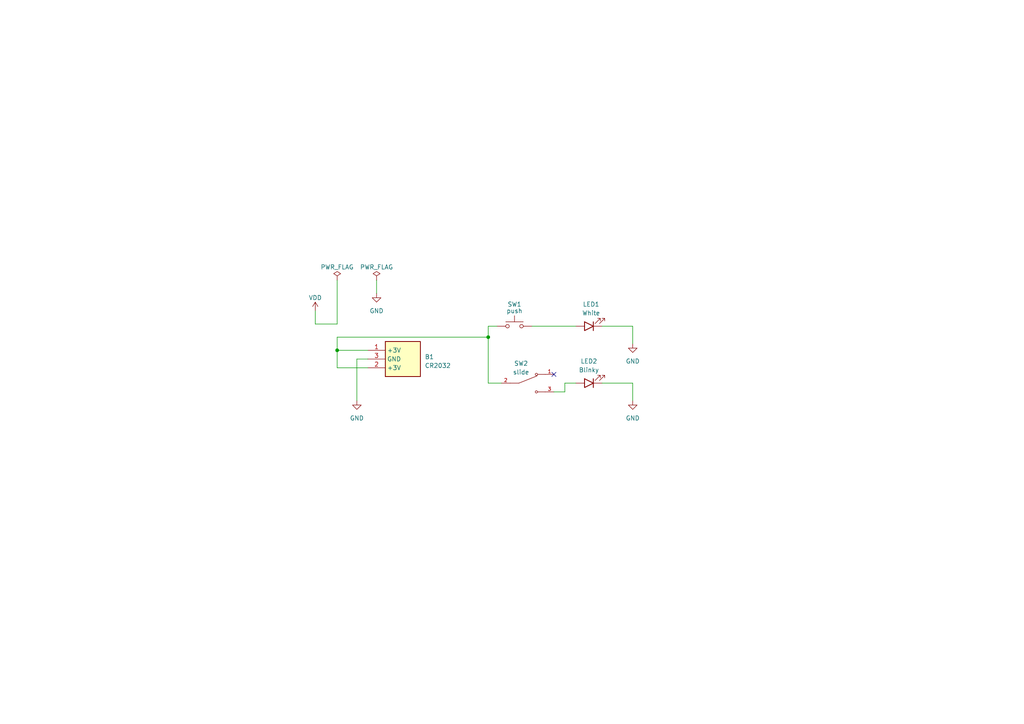
<source format=kicad_sch>
(kicad_sch (version 20230121) (generator eeschema)
  (paper "A4")
  (title_block (title "\"I Can Solder\" Badge kit") (date "2023-06-18") (rev "V2a") (company "Cornfield Electronics"))
  (lib_symbols
    (symbol "Device:LED" (pin_numbers hide) (pin_names (offset 1.016) hide)
      (property "Reference" "LED2" (at 0 -6.35 0))
      (property "Value" "Blinky" (at 0 -3.81 0))
      (symbol "LED_0_1"
        (polyline (pts (xy -1.27 -1.27) (xy -1.27 1.27)) (stroke (width 0.254)))
        (polyline (pts (xy 1.27 -1.27) (xy 1.27 1.27) (xy -1.27 0) (xy 1.27 -1.27)) (stroke (width 0.254)))
        (polyline (pts (xy -3.048 -0.762) (xy -4.572 -2.286) (xy -3.81 -2.286) (xy -4.572 -2.286) (xy -4.572 -1.524)))
        (polyline (pts (xy -1.778 -0.762) (xy -3.302 -2.286) (xy -2.54 -2.286) (xy -3.302 -2.286) (xy -3.302 -1.524)))
      )
      (symbol "LED_1_1"
        (pin passive line (at -3.81 0 0) (length 2.54) (name "K") (number "1"))
        (pin passive line (at 3.81 0 180) (length 2.54) (name "A") (number "2"))
      )
    )
    (symbol "LED_1" (pin_numbers hide) (pin_names (offset 1.016) hide)
      (property "Reference" "LED1" (at -0.635 -6.35 0))
      (property "Value" "White" (at -0.635 -3.81 0))
      (symbol "LED_1_0_1"
        (polyline (pts (xy -1.27 -1.27) (xy -1.27 1.27)) (stroke (width 0.254)))
        (polyline (pts (xy 1.27 -1.27) (xy 1.27 1.27) (xy -1.27 0) (xy 1.27 -1.27)) (stroke (width 0.254)))
        (polyline (pts (xy -3.048 -0.762) (xy -4.572 -2.286) (xy -3.81 -2.286) (xy -4.572 -2.286) (xy -4.572 -1.524)))
        (polyline (pts (xy -1.778 -0.762) (xy -3.302 -2.286) (xy -2.54 -2.286) (xy -3.302 -2.286) (xy -3.302 -1.524)))
      )
      (symbol "LED_1_1_1"
        (pin passive line (at -3.81 0 0) (length 2.54) (name "K") (number "1"))
        (pin passive line (at 3.81 0 180) (length 2.54) (name "A") (number "2"))
      )
    )
    (symbol "MINI-SPDT-SW:MINI-SPDT-SW" (pin_names (offset 1.016))
      (property "Reference" "S" (at -2.54 5.08 0))
      (property "Value" "MINI-SPDT-SW" (at -2.54 -5.08 0))
      (symbol "MINI-SPDT-SW_0_0"
        (polyline (pts (xy -2.54 0) (xy -5.08 0)) (stroke (width 0.1524)))
        (polyline (pts (xy -2.54 0) (xy 2.794 2.1336)) (stroke (width 0.1524)))
        (polyline (pts (xy 5.08 -2.54) (xy 2.921 -2.54)) (stroke (width 0.1524)))
        (polyline (pts (xy 5.08 2.54) (xy 2.921 2.54)) (stroke (width 0.1524)))
        (circle (center 2.54 -2.54) (radius 0.3302) (stroke (width 0.1524)))
        (circle (center 2.54 2.54) (radius 0.3302) (stroke (width 0.1524)))
        (pin passive line (at 7.62 2.54 180) (length 2.54) (name "~") (number "1"))
        (pin passive line (at -7.62 0 0) (length 2.54) (name "~") (number "2"))
        (pin passive line (at 7.62 -2.54 180) (length 2.54) (name "~") (number "3"))
      )
    )
    (symbol "SamacSys_Parts:3003"
      (property "Reference" "J" (at 16.51 7.62 0))
      (property "Value" "3003" (at 16.51 5.08 0))
      (symbol "3003_1_1"
        (rectangle (start 5.08 2.54) (end 15.24 -7.62) (stroke (width 0.254)) (fill (type background)))
        (pin passive line (at 0 0 0) (length 5.08) (name "+3V") (number "1"))
        (pin passive line (at 0 -5.08 0) (length 5.08) (name "+3V") (number "2"))
        (pin passive line (at 0 -2.54 0) (length 5.08) (name "GND") (number "3"))
      )
    )
    (symbol "Switch:SW_Push" (pin_numbers hide) (pin_names (offset 1.016) hide)
      (property "Reference" "SW" (at 1.27 2.54 0))
      (property "Value" "SW_Push" (at 0 -1.524 0))
      (symbol "SW_Push_0_1"
        (circle (center -2.032 0) (radius 0.508))
        (polyline (pts (xy 0 1.27) (xy 0 3.048)))
        (polyline (pts (xy 2.54 1.27) (xy -2.54 1.27)))
        (circle (center 2.032 0) (radius 0.508))
        (pin passive line (at -5.08 0 0) (length 2.54) (name "1") (number "1"))
        (pin passive line (at 5.08 0 180) (length 2.54) (name "2") (number "2"))
      )
    )
    (symbol "power:GND" (power) (pin_names (offset 0))
      (property "Value" "GND" (at 0 -3.81 0))
      (symbol "GND_0_1"
        (polyline (pts (xy 0 0) (xy 0 -1.27) (xy 1.27 -1.27) (xy 0 -2.54) (xy -1.27 -1.27) (xy 0 -1.27)))
      )
      (symbol "GND_1_1"
        (pin power_in line (at 0 0 270) (length 0) hide (name "GND") (number "1"))
      )
    )
    (symbol "power:PWR_FLAG" (power) (pin_numbers hide) (pin_names (offset 0) hide)
      (property "Value" "PWR_FLAG" (at 0 3.81 0))
      (symbol "PWR_FLAG_0_0"
        (pin power_out line (at 0 0 90) (length 0) (name "pwr") (number "1"))
      )
      (symbol "PWR_FLAG_0_1"
        (polyline (pts (xy 0 0) (xy 0 1.27) (xy -1.016 1.905) (xy 0 2.54) (xy 1.016 1.905) (xy 0 1.27)))
      )
    )
    (symbol "power:VDD" (power) (pin_names (offset 0))
      (property "Value" "VDD" (at 0 3.81 0))
      (symbol "VDD_0_1"
        (polyline (pts (xy -0.762 1.27) (xy 0 2.54)))
        (polyline (pts (xy 0 0) (xy 0 2.54)))
        (polyline (pts (xy 0 2.54) (xy 0.762 1.27)))
      )
      (symbol "VDD_1_1"
        (pin power_in line (at 0 0 90) (length 0) hide (name "VDD") (number "1"))
      )
    )
  )
  (junction (at 97.79 101.6))
  (junction (at 141.605 97.79))
  (no_connect (at 160.655 108.585))
  (wire (pts (xy 97.79 106.68) (xy 97.79 101.6)))
  (wire (pts (xy 141.605 94.615) (xy 144.145 94.615)))
  (wire (pts (xy 97.79 81.28) (xy 97.79 93.98)))
  (wire (pts (xy 141.605 97.79) (xy 141.605 111.125)))
  (wire (pts (xy 103.505 104.14) (xy 103.505 116.205)))
  (wire (pts (xy 91.44 90.17) (xy 91.44 93.98)))
  (wire (pts (xy 106.68 106.68) (xy 97.79 106.68)))
  (wire (pts (xy 141.605 97.79) (xy 141.605 94.615)))
  (wire (pts (xy 145.415 111.125) (xy 141.605 111.125)))
  (wire (pts (xy 183.515 99.695) (xy 183.515 94.615)))
  (wire (pts (xy 97.79 101.6) (xy 106.68 101.6)))
  (wire (pts (xy 109.22 81.28) (xy 109.22 85.09)))
  (wire (pts (xy 183.515 116.205) (xy 183.515 111.125)))
  (wire (pts (xy 154.305 94.615) (xy 167.005 94.615)))
  (wire (pts (xy 160.655 113.665) (xy 163.83 113.665)))
  (wire (pts (xy 174.625 111.125) (xy 183.515 111.125)))
  (wire (pts (xy 97.79 101.6) (xy 97.79 97.79)))
  (wire (pts (xy 103.505 104.14) (xy 106.68 104.14)))
  (wire (pts (xy 163.83 113.665) (xy 163.83 111.125)))
  (wire (pts (xy 91.44 93.98) (xy 97.79 93.98)))
  (wire (pts (xy 167.005 111.125) (xy 163.83 111.125)))
  (wire (pts (xy 174.625 94.615) (xy 183.515 94.615)))
  (wire (pts (xy 97.79 97.79) (xy 141.605 97.79)))
  (symbol (lib_id "Switch:SW_Push") (at 149.225 94.615 0) (unit 1)
    (property "Reference" "SW1" (at 149.225 88.265 0))
    (property "Value" "push" (at 149.225 90.17 0))
    (property "Footprint" "My_parts:SW_PUSH_tact_6mm_H4.3mm" (effects hide))
  )
  (symbol (lib_id "SamacSys_Parts:3003") (at 106.68 101.6 0) (unit 1)
    (property "Reference" "B1" (at 123.19 103.505 0) (effects (justify left)))
    (property "Value" "CR2032" (at 123.19 106.045 0) (effects (justify left)))
    (property "Footprint" "My_parts:Keystone 3003 CR2032 batt holder" (effects hide))
    (property "Datasheet" "https://datasheet.datasheetarchive.com/originals/distributors/Datasheets-DGA1/157503.pdf" (effects hide))
    (property "Height" "3.3" (effects hide))
    (property "Mouser Part Number" "534-3003" (effects hide))
    (property "Mouser Price/Stock" "https://www.mouser.co.uk/ProductDetail/Keystone-Electronics/3003?qs=Mn60vILZNNaTqSonuV33Fw%3D%3D" (effects hide))
    (property "Manufacturer_Name" "Keystone Electronics" (effects hide))
    (property "Manufacturer_Part_Number" "3003" (effects hide))
  )
  (symbol (lib_id "power:VDD") (at 91.44 90.17 0) (unit 1)
    (property "Reference" "#PWR02" (effects hide))
    (property "Value" "VDD" (at 91.44 86.36 0))
  )
  (symbol (lib_id "power:GND") (at 109.22 85.09 0) (unit 1)
    (property "Reference" "#PWR01" (effects hide))
    (property "Value" "GND" (at 109.22 90.17 0))
  )
  (symbol (lib_id "power:GND") (at 183.515 99.695 0) (unit 1)
    (property "Reference" "#PWR04" (effects hide))
    (property "Value" "GND" (at 183.515 104.775 0))
  )
  (symbol (lib_id "power:PWR_FLAG") (at 109.22 81.28 0) (unit 1)
    (property "Reference" "#FLG02" (effects hide))
    (property "Value" "PWR_FLAG" (at 109.22 77.47 0))
  )
  (symbol (lib_id "MINI-SPDT-SW:MINI-SPDT-SW") (at 153.035 111.125 0) (unit 1)
    (property "Reference" "SW2" (at 151.13 105.41 0))
    (property "Value" "slide" (at 151.13 107.95 0))
    (property "Footprint" "My_parts:SW_MINI-SPDT-SW" (effects hide))
    (property "PARTREV" "C" (effects hide))
    (property "STANDARD" "Manufacturer Recommendations" (effects hide))
    (property "MANUFACTURER" "GRAVITECH" (effects hide))
  )
  (symbol (lib_id "power:PWR_FLAG") (at 97.79 81.28 0) (unit 1)
    (property "Reference" "#FLG01" (effects hide))
    (property "Value" "PWR_FLAG" (at 97.79 77.47 0))
  )
  (symbol (lib_id "Device:LED") (at 170.815 111.125 180) (unit 1)
    (property "Reference" "LED2" (at 170.815 104.775 0))
    (property "Value" "Blinky" (at 170.815 107.315 0))
    (property "Footprint" "My_parts:LED_D5.0mm" (effects hide))
  )
  (symbol (lib_name "LED_1") (lib_id "Device:LED") (at 170.815 94.615 180) (unit 1)
    (property "Reference" "LED1" (at 171.45 88.265 0))
    (property "Value" "White" (at 171.45 90.805 0))
    (property "Footprint" "My_parts:LED_D5.0mm" (effects hide))
  )
  (symbol (lib_id "power:GND") (at 183.515 116.205 0) (unit 1)
    (property "Reference" "#PWR03" (effects hide))
    (property "Value" "GND" (at 183.515 121.285 0))
  )
  (symbol (lib_id "power:GND") (at 103.505 116.205 0) (unit 1)
    (property "Reference" "#PWR05" (effects hide))
    (property "Value" "GND" (at 103.505 121.285 0))
  )
)
</source>
